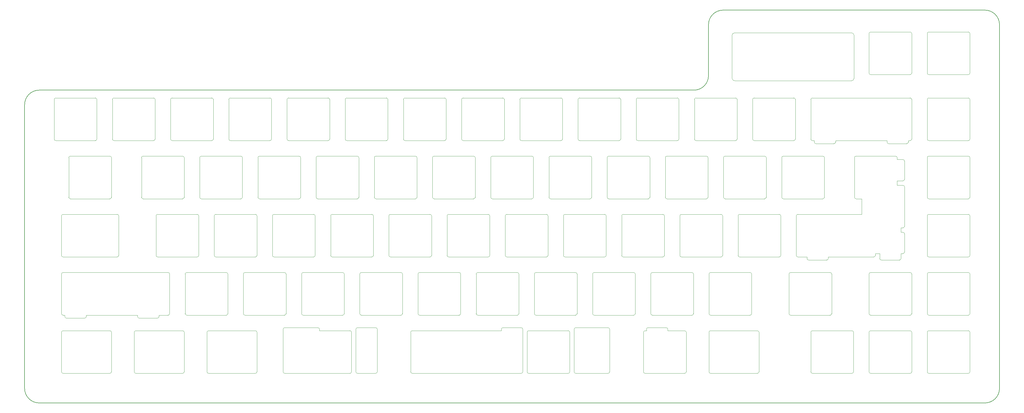
<source format=gm1>
G04 #@! TF.GenerationSoftware,KiCad,Pcbnew,(6.0.0-0)*
G04 #@! TF.CreationDate,2022-10-17T22:45:47+02:00*
G04 #@! TF.ProjectId,lagom_plate,6c61676f-6d5f-4706-9c61-74652e6b6963,rev?*
G04 #@! TF.SameCoordinates,Original*
G04 #@! TF.FileFunction,Profile,NP*
%FSLAX46Y46*%
G04 Gerber Fmt 4.6, Leading zero omitted, Abs format (unit mm)*
G04 Created by KiCad (PCBNEW (6.0.0-0)) date 2022-10-17 22:45:47*
%MOMM*%
%LPD*%
G01*
G04 APERTURE LIST*
G04 #@! TA.AperFunction,Profile*
%ADD10C,0.050000*%
G04 #@! TD*
G04 #@! TA.AperFunction,Profile*
%ADD11C,0.150000*%
G04 #@! TD*
G04 APERTURE END LIST*
D10*
X136750000Y-129087500D02*
G75*
G03*
X136250000Y-129587500I1J-500001D01*
G01*
X210762500Y-148187500D02*
G75*
G03*
X210262500Y-148687500I1J-500001D01*
G01*
D11*
X360512500Y-42975000D02*
X274562500Y-42975000D01*
D10*
X293825000Y-91387500D02*
X293825000Y-104387500D01*
X303375000Y-72287500D02*
X303375000Y-85287500D01*
X65570000Y-143092500D02*
X82450000Y-143092500D01*
X341575000Y-50637500D02*
X341575000Y-63637500D01*
X279500000Y-123487500D02*
G75*
G03*
X280000000Y-123987500I500001J1D01*
G01*
X183675000Y-72287500D02*
G75*
G03*
X183175000Y-71787500I-500001J-1D01*
G01*
X309099500Y-123987500D02*
X324037500Y-123987500D01*
X145475000Y-85287500D02*
X145475000Y-72287500D01*
X335975000Y-64137500D02*
G75*
G03*
X336475000Y-63637500I-1J500001D01*
G01*
X130650000Y-129087500D02*
X117650000Y-129087500D01*
X150250000Y-129587500D02*
G75*
G03*
X149750000Y-129087500I-500001J-1D01*
G01*
X322975000Y-162187500D02*
X335975000Y-162187500D01*
X245750000Y-142587500D02*
X245750000Y-129587500D01*
X322975000Y-64137500D02*
X335975000Y-64137500D01*
X279175000Y-85287500D02*
X279175000Y-72287500D01*
X335975000Y-129087500D02*
X322975000Y-129087500D01*
X169675000Y-85287500D02*
G75*
G03*
X170175000Y-85787500I500001J1D01*
G01*
X111550000Y-129087500D02*
X98550000Y-129087500D01*
X254800000Y-109987500D02*
X241800000Y-109987500D01*
X248962500Y-148187500D02*
G75*
G03*
X248462500Y-148687500I1J-500001D01*
G01*
X341575000Y-142587500D02*
G75*
G03*
X342075000Y-143087500I500001J1D01*
G01*
X97225000Y-162187500D02*
G75*
G03*
X97725000Y-161687500I-1J500001D01*
G01*
X102000000Y-123987500D02*
G75*
G03*
X102500000Y-123487500I-1J500001D01*
G01*
X154575500Y-162187500D02*
X160575500Y-162187500D01*
X121100000Y-123987500D02*
G75*
G03*
X121600000Y-123487500I-1J500001D01*
G01*
X82450500Y-143587500D02*
G75*
G03*
X82950500Y-144087500I500001J1D01*
G01*
X333587500Y-115875500D02*
X332975500Y-115875500D01*
X341575000Y-161687500D02*
G75*
G03*
X342075000Y-162187500I500001J1D01*
G01*
X250850000Y-129587500D02*
X250850000Y-142587500D01*
X92450000Y-129087500D02*
X79450000Y-129087500D01*
X184500000Y-123987500D02*
X197500000Y-123987500D01*
X146300000Y-109987500D02*
G75*
G03*
X145800000Y-110487500I1J-500001D01*
G01*
X131150000Y-142587500D02*
X131150000Y-129587500D01*
X310987000Y-86787500D02*
G75*
G03*
X311487000Y-86287500I-1J500001D01*
G01*
X57962500Y-143087500D02*
X58574500Y-143092500D01*
X334087500Y-100937500D02*
G75*
G03*
X333587500Y-100437500I-500001J-1D01*
G01*
X318200000Y-90887500D02*
G75*
G03*
X317700000Y-91387500I1J-500001D01*
G01*
X81837500Y-148187500D02*
G75*
G03*
X81337500Y-148687500I1J-500001D01*
G01*
X261962500Y-148187500D02*
X256425000Y-148187500D01*
X150575000Y-72287500D02*
X150575000Y-85287500D01*
X74675000Y-71787500D02*
G75*
G03*
X74175000Y-72287500I1J-500001D01*
G01*
X131475000Y-72287500D02*
X131475000Y-85287500D01*
X326425000Y-71787500D02*
X313425000Y-71787500D01*
X279500000Y-110487500D02*
X279500000Y-123487500D01*
D11*
X360512500Y-171900000D02*
G75*
G03*
X365287500Y-167125000I0J4775000D01*
G01*
D10*
X102000000Y-109987500D02*
X89000000Y-109987500D01*
X355075000Y-64137500D02*
G75*
G03*
X355575000Y-63637500I-1J500001D01*
G01*
X307325000Y-104887500D02*
G75*
G03*
X307825000Y-104387500I-1J500001D01*
G01*
X335975000Y-148187500D02*
X322975000Y-148187500D01*
X121100000Y-148187500D02*
X105712500Y-148187500D01*
X270450000Y-143087500D02*
X283450000Y-143087500D01*
X342075000Y-162187500D02*
X355075000Y-162187500D01*
X333587500Y-122875500D02*
G75*
G03*
X334087500Y-122375500I-1J500001D01*
G01*
X235700000Y-123987500D02*
G75*
G03*
X236200000Y-123487500I-1J500001D01*
G01*
X227475000Y-71787500D02*
G75*
G03*
X226975000Y-72287500I1J-500001D01*
G01*
X250025000Y-104887500D02*
G75*
G03*
X250525000Y-104387500I-1J500001D01*
G01*
X355575000Y-104387500D02*
X355575000Y-91387500D01*
X203100000Y-110487500D02*
X203100000Y-123487500D01*
X57462500Y-148687500D02*
X57462500Y-161687500D01*
X112875000Y-85787500D02*
X125875000Y-85787500D01*
X342075000Y-64137500D02*
X355075000Y-64137500D01*
X198325000Y-104387500D02*
G75*
G03*
X198825000Y-104887500I500001J1D01*
G01*
X125875000Y-71787500D02*
X112875000Y-71787500D01*
X355575000Y-85287500D02*
X355575000Y-72287500D01*
X145800000Y-123487500D02*
G75*
G03*
X146300000Y-123987500I500001J1D01*
G01*
X155350000Y-142587500D02*
G75*
G03*
X155850000Y-143087500I500001J1D01*
G01*
X202775000Y-72287500D02*
G75*
G03*
X202275000Y-71787500I-500001J-1D01*
G01*
X298275000Y-85287500D02*
X298275000Y-72287500D01*
X121600000Y-148687500D02*
G75*
G03*
X121100000Y-148187500I-500001J-1D01*
G01*
X178900000Y-123487500D02*
X178900000Y-110487500D01*
X122425000Y-90887500D02*
G75*
G03*
X121925000Y-91387500I1J-500001D01*
G01*
X55075000Y-72287500D02*
X55075000Y-85287500D01*
X226650000Y-129587500D02*
G75*
G03*
X226150000Y-129087500I-500001J-1D01*
G01*
X255925000Y-147187500D02*
X249925000Y-147187500D01*
X80512500Y-129087500D02*
X67512500Y-129087500D01*
X355075000Y-50137500D02*
X342075000Y-50137500D01*
X355075000Y-71787500D02*
X342075000Y-71787500D01*
X217100000Y-123487500D02*
X217100000Y-110487500D01*
X126700000Y-110487500D02*
X126700000Y-123487500D01*
X183175000Y-85787500D02*
G75*
G03*
X183675000Y-85287500I-1J500001D01*
G01*
X179225000Y-91387500D02*
X179225000Y-104387500D01*
X260900000Y-123987500D02*
X273900000Y-123987500D01*
X236200000Y-123487500D02*
X236200000Y-110487500D01*
X336475000Y-72287500D02*
G75*
G03*
X335975000Y-71787500I-500001J-1D01*
G01*
X275225000Y-104887500D02*
X288225000Y-104887500D01*
X58574500Y-143092500D02*
X58574500Y-143587500D01*
X255300000Y-123487500D02*
X255300000Y-110487500D01*
X307825000Y-104387500D02*
X307825000Y-91387500D01*
X274725000Y-104387500D02*
G75*
G03*
X275225000Y-104887500I500001J1D01*
G01*
X159300000Y-123987500D02*
G75*
G03*
X159800000Y-123487500I-1J500001D01*
G01*
X264350000Y-129087500D02*
X251350000Y-129087500D01*
X284775000Y-71787500D02*
G75*
G03*
X284275000Y-72287500I1J-500001D01*
G01*
X76237500Y-123487500D02*
X76237500Y-110487500D01*
X189275000Y-85787500D02*
X202275000Y-85787500D01*
X270450000Y-148187500D02*
G75*
G03*
X269950000Y-148687500I1J-500001D01*
G01*
X202324500Y-147187500D02*
G75*
G03*
X201824500Y-147687500I1J-500001D01*
G01*
X309712500Y-143087500D02*
G75*
G03*
X310212500Y-142587500I-1J500001D01*
G01*
X105212500Y-148687500D02*
X105212500Y-161687500D01*
X160625000Y-104887500D02*
X173625000Y-104887500D01*
X303875000Y-71787500D02*
G75*
G03*
X303375000Y-72287500I1J-500001D01*
G01*
X304487000Y-86287500D02*
G75*
G03*
X304987000Y-86787500I500001J1D01*
G01*
X255300000Y-110487500D02*
G75*
G03*
X254800000Y-109987500I-500001J-1D01*
G01*
X320087500Y-109987500D02*
X299100000Y-109987500D01*
X269950000Y-148687500D02*
X269950000Y-161687500D01*
X193225000Y-91387500D02*
G75*
G03*
X192725000Y-90887500I-500001J-1D01*
G01*
X187950000Y-129087500D02*
X174950000Y-129087500D01*
X221375000Y-71787500D02*
X208375000Y-71787500D01*
X55575000Y-71787500D02*
G75*
G03*
X55075000Y-72287500I1J-500001D01*
G01*
X355575000Y-142587500D02*
X355575000Y-129587500D01*
X262462500Y-161687500D02*
X262462500Y-148687500D01*
X269950000Y-129587500D02*
X269950000Y-142587500D01*
X112050000Y-129587500D02*
G75*
G03*
X111550000Y-129087500I-500001J-1D01*
G01*
X226150000Y-143087500D02*
G75*
G03*
X226650000Y-142587500I-1J500001D01*
G01*
X69075000Y-85287500D02*
X69075000Y-72287500D01*
D11*
X45362500Y-167125000D02*
X45362500Y-74012500D01*
D10*
X231425000Y-91387500D02*
G75*
G03*
X230925000Y-90887500I-500001J-1D01*
G01*
D11*
X365287500Y-167125000D02*
X365287500Y-47750000D01*
D10*
X355575000Y-123487500D02*
X355575000Y-110487500D01*
X221875000Y-72287500D02*
G75*
G03*
X221375000Y-71787500I-500001J-1D01*
G01*
X57962500Y-109987500D02*
G75*
G03*
X57462500Y-110487500I1J-500001D01*
G01*
X265175000Y-72287500D02*
X265175000Y-85287500D01*
X322475000Y-50637500D02*
X322475000Y-63637500D01*
X280000000Y-109987500D02*
G75*
G03*
X279500000Y-110487500I1J-500001D01*
G01*
X194050000Y-143087500D02*
X207050000Y-143087500D01*
X217925000Y-90887500D02*
G75*
G03*
X217425000Y-91387500I1J-500001D01*
G01*
X57962500Y-129087500D02*
G75*
G03*
X57462500Y-129587500I1J-500001D01*
G01*
X341575000Y-91387500D02*
X341575000Y-104387500D01*
X198825000Y-90887500D02*
G75*
G03*
X198325000Y-91387500I1J-500001D01*
G01*
X241300000Y-110487500D02*
X241300000Y-123487500D01*
X127200000Y-109987500D02*
G75*
G03*
X126700000Y-110487500I1J-500001D01*
G01*
X302099500Y-124487500D02*
G75*
G03*
X302599500Y-124987500I500001J1D01*
G01*
X342075000Y-143087500D02*
X355075000Y-143087500D01*
X105212500Y-161687500D02*
G75*
G03*
X105712500Y-162187500I500001J1D01*
G01*
X57462500Y-142587500D02*
G75*
G03*
X57962500Y-143087500I500001J1D01*
G01*
X105712500Y-162187500D02*
X121100000Y-162187500D01*
X82450000Y-143092500D02*
X82450000Y-143587500D01*
X193550000Y-129587500D02*
X193550000Y-142587500D01*
X87675000Y-71787500D02*
X74675000Y-71787500D01*
X172062500Y-161687500D02*
G75*
G03*
X172562500Y-162187500I500001J1D01*
G01*
X302099500Y-123987500D02*
X302099500Y-124487500D01*
X140700000Y-123487500D02*
X140700000Y-110487500D01*
X248962500Y-162187500D02*
X261962500Y-162187500D01*
X322975000Y-129087500D02*
G75*
G03*
X322475000Y-129587500I1J-500001D01*
G01*
X184000000Y-123487500D02*
G75*
G03*
X184500000Y-123987500I500001J1D01*
G01*
X107600000Y-110487500D02*
X107600000Y-123487500D01*
X201824500Y-147687500D02*
X201824500Y-148182500D01*
X324037500Y-123987500D02*
G75*
G03*
X324537500Y-123487500I-1J500001D01*
G01*
X303875000Y-162187500D02*
X316875000Y-162187500D01*
X105212500Y-161687500D02*
G75*
G03*
X105712500Y-162187500I500001J1D01*
G01*
X284275000Y-72287500D02*
X284275000Y-85287500D01*
X140200000Y-123987500D02*
G75*
G03*
X140700000Y-123487500I-1J500001D01*
G01*
X256125000Y-104887500D02*
X269125000Y-104887500D01*
X183675000Y-85287500D02*
X183675000Y-72287500D01*
X121100000Y-162187500D02*
G75*
G03*
X121600000Y-161687500I-1J500001D01*
G01*
X332975500Y-124487500D02*
X332975500Y-122875500D01*
X57462500Y-129587500D02*
X57462500Y-142587500D01*
X331700000Y-98999500D02*
X333587500Y-98999500D01*
X285837500Y-162187500D02*
G75*
G03*
X286337500Y-161687500I-1J500001D01*
G01*
X84225000Y-90887500D02*
G75*
G03*
X83725000Y-91387500I1J-500001D01*
G01*
X57462500Y-161687500D02*
G75*
G03*
X57962500Y-162187500I500001J1D01*
G01*
X141025000Y-104387500D02*
G75*
G03*
X141525000Y-104887500I500001J1D01*
G01*
X168850000Y-129087500D02*
X155850000Y-129087500D01*
X121925000Y-91387500D02*
X121925000Y-104387500D01*
X131475000Y-85287500D02*
G75*
G03*
X131975000Y-85787500I500001J1D01*
G01*
X308599500Y-124987500D02*
G75*
G03*
X309099500Y-124487500I-1J500001D01*
G01*
X160625000Y-90887500D02*
G75*
G03*
X160125000Y-91387500I1J-500001D01*
G01*
X236837500Y-162187500D02*
G75*
G03*
X237337500Y-161687500I-1J500001D01*
G01*
X60350000Y-104887500D02*
X73350000Y-104887500D01*
X286337500Y-161687500D02*
X286337500Y-148687500D01*
X169350000Y-129587500D02*
G75*
G03*
X168850000Y-129087500I-500001J-1D01*
G01*
X208324500Y-147187500D02*
X202324500Y-147187500D01*
X342075000Y-129087500D02*
G75*
G03*
X341575000Y-129587500I1J-500001D01*
G01*
X260900000Y-109987500D02*
G75*
G03*
X260400000Y-110487500I1J-500001D01*
G01*
X179725000Y-104887500D02*
X192725000Y-104887500D01*
X135925000Y-104387500D02*
X135925000Y-91387500D01*
X57462500Y-148687500D02*
X57462500Y-161687500D01*
X260075000Y-72287500D02*
G75*
G03*
X259575000Y-71787500I-500001J-1D01*
G01*
X245250000Y-143087500D02*
G75*
G03*
X245750000Y-142587500I-1J500001D01*
G01*
X135425000Y-104887500D02*
G75*
G03*
X135925000Y-104387500I-1J500001D01*
G01*
X355575000Y-129587500D02*
G75*
G03*
X355075000Y-129087500I-500001J-1D01*
G01*
X303375000Y-161687500D02*
G75*
G03*
X303875000Y-162187500I500001J1D01*
G01*
X87675000Y-85787500D02*
G75*
G03*
X88175000Y-85287500I-1J500001D01*
G01*
X145800000Y-110487500D02*
X145800000Y-123487500D01*
X284775000Y-85787500D02*
X297775000Y-85787500D01*
D11*
X50137500Y-69237500D02*
G75*
G03*
X45362500Y-74012500I0J-4775000D01*
G01*
D10*
X355075000Y-123987500D02*
G75*
G03*
X355575000Y-123487500I-1J500001D01*
G01*
X254800000Y-123987500D02*
G75*
G03*
X255300000Y-123487500I-1J500001D01*
G01*
X203600000Y-123987500D02*
X216600000Y-123987500D01*
X335363000Y-85787500D02*
X335975000Y-85787500D01*
X155025000Y-91387500D02*
G75*
G03*
X154525000Y-90887500I-500001J-1D01*
G01*
X73850000Y-161687500D02*
X73850000Y-148687500D01*
X154525000Y-104887500D02*
G75*
G03*
X155025000Y-104387500I-1J500001D01*
G01*
X197500000Y-109987500D02*
X184500000Y-109987500D01*
X116325000Y-90887500D02*
X103325000Y-90887500D01*
X65074500Y-144087500D02*
G75*
G03*
X65574500Y-143587500I-1J500001D01*
G01*
X117150000Y-142587500D02*
G75*
G03*
X117650000Y-143087500I500001J1D01*
G01*
X107275000Y-72287500D02*
G75*
G03*
X106775000Y-71787500I-500001J-1D01*
G01*
X260400000Y-110487500D02*
X260400000Y-123487500D01*
X270450000Y-162187500D02*
X285837500Y-162187500D01*
X211825000Y-90887500D02*
X198825000Y-90887500D01*
X198000000Y-110487500D02*
G75*
G03*
X197500000Y-109987500I-500001J-1D01*
G01*
X131150000Y-129587500D02*
G75*
G03*
X130650000Y-129087500I-500001J-1D01*
G01*
X164575000Y-72287500D02*
G75*
G03*
X164075000Y-71787500I-500001J-1D01*
G01*
X73850000Y-104387500D02*
X73850000Y-91387500D01*
X212325000Y-104387500D02*
X212325000Y-91387500D01*
X232250000Y-129087500D02*
G75*
G03*
X231750000Y-129587500I1J-500001D01*
G01*
X207550000Y-129587500D02*
G75*
G03*
X207050000Y-129087500I-500001J-1D01*
G01*
X106775000Y-85787500D02*
G75*
G03*
X107275000Y-85287500I-1J500001D01*
G01*
X103325000Y-90887500D02*
G75*
G03*
X102825000Y-91387500I1J-500001D01*
G01*
X336475000Y-161687500D02*
X336475000Y-148687500D01*
X97725000Y-91387500D02*
G75*
G03*
X97225000Y-90887500I-500001J-1D01*
G01*
X105712500Y-148187500D02*
G75*
G03*
X105212500Y-148687500I1J-500001D01*
G01*
X316875000Y-162187500D02*
G75*
G03*
X317375000Y-161687500I-1J500001D01*
G01*
X98550000Y-129087500D02*
G75*
G03*
X98050000Y-129587500I1J-500001D01*
G01*
X334087500Y-113937500D02*
X334087500Y-100937500D01*
X248462500Y-161687500D02*
G75*
G03*
X248962500Y-162187500I500001J1D01*
G01*
X237025000Y-104887500D02*
X250025000Y-104887500D01*
X131975000Y-71787500D02*
G75*
G03*
X131475000Y-72287500I1J-500001D01*
G01*
X73350000Y-104887500D02*
G75*
G03*
X73850000Y-104387500I-1J500001D01*
G01*
X332475500Y-124987500D02*
G75*
G03*
X332975500Y-124487500I-1J500001D01*
G01*
X179725000Y-90887500D02*
G75*
G03*
X179225000Y-91387500I1J-500001D01*
G01*
X273900000Y-123987500D02*
G75*
G03*
X274400000Y-123487500I-1J500001D01*
G01*
X81837500Y-162187500D02*
X97225000Y-162187500D01*
X256125000Y-90887500D02*
G75*
G03*
X255625000Y-91387500I1J-500001D01*
G01*
X269125000Y-90887500D02*
X256125000Y-90887500D01*
X250525000Y-104387500D02*
X250525000Y-91387500D01*
X149750000Y-143087500D02*
G75*
G03*
X150250000Y-142587500I-1J500001D01*
G01*
X355575000Y-72287500D02*
G75*
G03*
X355075000Y-71787500I-500001J-1D01*
G01*
X322975000Y-143087500D02*
X335975000Y-143087500D01*
X355075000Y-129087500D02*
X342075000Y-129087500D01*
X286337500Y-148687500D02*
G75*
G03*
X285837500Y-148187500I-500001J-1D01*
G01*
X298600000Y-110487500D02*
X298600000Y-123487500D01*
X342075000Y-90887500D02*
G75*
G03*
X341575000Y-91387500I1J-500001D01*
G01*
X277500000Y-51412500D02*
X277500000Y-65162500D01*
X222200000Y-123487500D02*
G75*
G03*
X222700000Y-123987500I500001J1D01*
G01*
X178900000Y-110487500D02*
G75*
G03*
X178400000Y-109987500I-500001J-1D01*
G01*
X105212500Y-148687500D02*
X105212500Y-161687500D01*
X188775000Y-72287500D02*
X188775000Y-85287500D01*
X251350000Y-129087500D02*
G75*
G03*
X250850000Y-129587500I1J-500001D01*
G01*
D11*
X365287500Y-47750000D02*
G75*
G03*
X360512500Y-42975000I-4775000J0D01*
G01*
D10*
X188450000Y-142587500D02*
X188450000Y-129587500D01*
X65574500Y-143587500D02*
X65570000Y-143092500D01*
X336475000Y-142587500D02*
X336475000Y-129587500D01*
X293500000Y-110487500D02*
G75*
G03*
X293000000Y-109987500I-500001J-1D01*
G01*
X208824500Y-161687500D02*
X208824500Y-147687500D01*
X144975000Y-85787500D02*
G75*
G03*
X145475000Y-85287500I-1J500001D01*
G01*
X194050000Y-129087500D02*
G75*
G03*
X193550000Y-129587500I1J-500001D01*
G01*
X207550000Y-142587500D02*
X207550000Y-129587500D01*
X260400000Y-123487500D02*
G75*
G03*
X260900000Y-123987500I500001J1D01*
G01*
X259575000Y-71787500D02*
X246575000Y-71787500D01*
X111550000Y-143087500D02*
G75*
G03*
X112050000Y-142587500I-1J500001D01*
G01*
X217425000Y-104387500D02*
G75*
G03*
X217925000Y-104887500I500001J1D01*
G01*
X222700000Y-109987500D02*
G75*
G03*
X222200000Y-110487500I1J-500001D01*
G01*
X275225000Y-90887500D02*
G75*
G03*
X274725000Y-91387500I1J-500001D01*
G01*
X98550000Y-143087500D02*
X111550000Y-143087500D01*
X160575500Y-147187500D02*
X154575500Y-147187500D01*
X248462500Y-161687500D02*
G75*
G03*
X248962500Y-162187500I500001J1D01*
G01*
X333587500Y-100437500D02*
X331700000Y-100437500D01*
X160575500Y-162187500D02*
G75*
G03*
X161075500Y-161687500I-1J500001D01*
G01*
X168850000Y-143087500D02*
G75*
G03*
X169350000Y-142587500I-1J500001D01*
G01*
X227475000Y-85787500D02*
X240475000Y-85787500D01*
X264850000Y-142587500D02*
X264850000Y-129587500D01*
X150250000Y-142587500D02*
X150250000Y-129587500D01*
X81337500Y-161687500D02*
G75*
G03*
X81837500Y-162187500I500001J1D01*
G01*
X342075000Y-123987500D02*
X355075000Y-123987500D01*
X57962500Y-162187500D02*
X73350000Y-162187500D01*
X221875000Y-85287500D02*
X221875000Y-72287500D01*
X155350000Y-129587500D02*
X155350000Y-142587500D01*
X149750000Y-129087500D02*
X136750000Y-129087500D01*
X236525000Y-91387500D02*
X236525000Y-104387500D01*
X316750000Y-50412500D02*
X278500000Y-50412500D01*
X355075000Y-162187500D02*
G75*
G03*
X355575000Y-161687500I-1J500001D01*
G01*
D11*
X274562500Y-42975000D02*
G75*
G03*
X269787500Y-47750000I0J-4775000D01*
G01*
D10*
X222200000Y-110487500D02*
X222200000Y-123487500D01*
X81337500Y-148687500D02*
X81337500Y-161687500D01*
X250850000Y-142587500D02*
G75*
G03*
X251350000Y-143087500I500001J1D01*
G01*
X126700000Y-123487500D02*
G75*
G03*
X127200000Y-123987500I500001J1D01*
G01*
X342075000Y-109987500D02*
G75*
G03*
X341575000Y-110487500I1J-500001D01*
G01*
X184000000Y-110487500D02*
X184000000Y-123487500D01*
X269125000Y-104887500D02*
G75*
G03*
X269625000Y-104387500I-1J500001D01*
G01*
X264350000Y-143087500D02*
G75*
G03*
X264850000Y-142587500I-1J500001D01*
G01*
X334863000Y-86787500D02*
G75*
G03*
X335363000Y-86287500I-1J500001D01*
G01*
X141025000Y-91387500D02*
X141025000Y-104387500D01*
X336475000Y-50637500D02*
G75*
G03*
X335975000Y-50137500I-500001J-1D01*
G01*
X304987000Y-86787500D02*
X310987000Y-86787500D01*
X341575000Y-63637500D02*
G75*
G03*
X342075000Y-64137500I500001J1D01*
G01*
X145475000Y-72287500D02*
G75*
G03*
X144975000Y-71787500I-500001J-1D01*
G01*
X317375000Y-161687500D02*
X317375000Y-148687500D01*
X135925000Y-91387500D02*
G75*
G03*
X135425000Y-90887500I-500001J-1D01*
G01*
X154525000Y-90887500D02*
X141525000Y-90887500D01*
X341575000Y-72287500D02*
X341575000Y-85287500D01*
X325975500Y-122875500D02*
X324537500Y-122875500D01*
X127200000Y-123987500D02*
X140200000Y-123987500D01*
X142125000Y-147687500D02*
G75*
G03*
X141625000Y-147187500I-500001J-1D01*
G01*
X112375000Y-85287500D02*
G75*
G03*
X112875000Y-85787500I500001J1D01*
G01*
X106775000Y-71787500D02*
X93775000Y-71787500D01*
X278675000Y-71787500D02*
X265675000Y-71787500D01*
X248962500Y-148187500D02*
G75*
G03*
X248462500Y-148687500I1J-500001D01*
G01*
X303875000Y-148187500D02*
G75*
G03*
X303375000Y-148687500I1J-500001D01*
G01*
X246075000Y-72287500D02*
X246075000Y-85287500D01*
X160125000Y-91387500D02*
X160125000Y-104387500D01*
X336475000Y-63637500D02*
X336475000Y-50637500D01*
X174950000Y-143087500D02*
X187950000Y-143087500D01*
X164900000Y-123487500D02*
G75*
G03*
X165400000Y-123987500I500001J1D01*
G01*
X81337500Y-148687500D02*
X81337500Y-161687500D01*
X309712500Y-129087500D02*
X296712500Y-129087500D01*
X117150000Y-129587500D02*
X117150000Y-142587500D01*
X74675000Y-85787500D02*
X87675000Y-85787500D01*
X174125000Y-104387500D02*
X174125000Y-91387500D01*
X55075000Y-85287500D02*
G75*
G03*
X55575000Y-85787500I500001J1D01*
G01*
X172062500Y-148687500D02*
X172062500Y-161687500D01*
X212325000Y-91387500D02*
G75*
G03*
X211825000Y-90887500I-500001J-1D01*
G01*
X73350000Y-162187500D02*
G75*
G03*
X73850000Y-161687500I-1J500001D01*
G01*
X255625000Y-104387500D02*
G75*
G03*
X256125000Y-104887500I500001J1D01*
G01*
X298600000Y-123487500D02*
G75*
G03*
X299100000Y-123987500I500001J1D01*
G01*
X355075000Y-90887500D02*
X342075000Y-90887500D01*
X136750000Y-143087500D02*
X149750000Y-143087500D01*
X246575000Y-85787500D02*
X259575000Y-85787500D01*
X142125000Y-148182500D02*
X142125000Y-147687500D01*
X207875000Y-85287500D02*
G75*
G03*
X208375000Y-85787500I500001J1D01*
G01*
X317700000Y-91387500D02*
X317700000Y-104387500D01*
X152637500Y-148687500D02*
G75*
G03*
X152137500Y-148187500I-500001J-1D01*
G01*
X198825000Y-104887500D02*
X211825000Y-104887500D01*
X245750000Y-129587500D02*
G75*
G03*
X245250000Y-129087500I-500001J-1D01*
G01*
X262462500Y-161687500D02*
X262462500Y-148687500D01*
X173625000Y-104887500D02*
G75*
G03*
X174125000Y-104387500I-1J500001D01*
G01*
X151075000Y-85787500D02*
X164075000Y-85787500D01*
X192725000Y-104887500D02*
G75*
G03*
X193225000Y-104387500I-1J500001D01*
G01*
X328363000Y-86287500D02*
G75*
G03*
X328863000Y-86787500I500001J1D01*
G01*
X141525000Y-104887500D02*
X154525000Y-104887500D01*
X130699500Y-147187500D02*
G75*
G03*
X130199500Y-147687500I1J-500001D01*
G01*
D11*
X265012500Y-69237500D02*
G75*
G03*
X269787500Y-64462500I0J4775000D01*
G01*
D10*
X68575000Y-85787500D02*
G75*
G03*
X69075000Y-85287500I-1J500001D01*
G01*
X260075000Y-85287500D02*
X260075000Y-72287500D01*
X341575000Y-104387500D02*
G75*
G03*
X342075000Y-104887500I500001J1D01*
G01*
X322475000Y-142587500D02*
G75*
G03*
X322975000Y-143087500I500001J1D01*
G01*
D11*
X269787500Y-64462500D02*
X269787500Y-47750000D01*
D10*
X355575000Y-161687500D02*
X355575000Y-148687500D01*
X81837500Y-148187500D02*
G75*
G03*
X81337500Y-148687500I1J-500001D01*
G01*
X89000000Y-109987500D02*
G75*
G03*
X88500000Y-110487500I1J-500001D01*
G01*
X74175000Y-72287500D02*
X74175000Y-85287500D01*
X152137500Y-162187500D02*
G75*
G03*
X152637500Y-161687500I-1J500001D01*
G01*
X76237500Y-110487500D02*
G75*
G03*
X75737500Y-109987500I-500001J-1D01*
G01*
X210262500Y-161687500D02*
G75*
G03*
X210762500Y-162187500I500001J1D01*
G01*
X322475000Y-148687500D02*
X322475000Y-161687500D01*
X250525000Y-91387500D02*
G75*
G03*
X250025000Y-90887500I-500001J-1D01*
G01*
X231750000Y-129587500D02*
X231750000Y-142587500D01*
X207050000Y-143087500D02*
G75*
G03*
X207550000Y-142587500I-1J500001D01*
G01*
X334863000Y-71787500D02*
X328863000Y-71787500D01*
X355575000Y-50637500D02*
G75*
G03*
X355075000Y-50137500I-500001J-1D01*
G01*
X75737500Y-109987500D02*
X57962500Y-109987500D01*
X302599500Y-124987500D02*
X308599500Y-124987500D01*
X210762500Y-162187500D02*
X223762500Y-162187500D01*
X259575000Y-85787500D02*
G75*
G03*
X260075000Y-85287500I-1J500001D01*
G01*
X355575000Y-148687500D02*
G75*
G03*
X355075000Y-148187500I-500001J-1D01*
G01*
X122425000Y-104887500D02*
X135425000Y-104887500D01*
X274400000Y-110487500D02*
G75*
G03*
X273900000Y-109987500I-500001J-1D01*
G01*
X335975000Y-71787500D02*
X322975000Y-71787500D01*
X332975500Y-114437500D02*
X333587500Y-114437500D01*
X265675000Y-85787500D02*
X278675000Y-85787500D01*
X296712500Y-129087500D02*
G75*
G03*
X296212500Y-129587500I1J-500001D01*
G01*
X310212500Y-142587500D02*
X310212500Y-129587500D01*
X328363000Y-85787500D02*
X328363000Y-86287500D01*
X178400000Y-109987500D02*
X165400000Y-109987500D01*
X88950500Y-144087500D02*
G75*
G03*
X89450500Y-143587500I-1J500001D01*
G01*
X296712500Y-143087500D02*
X309712500Y-143087500D01*
X97225000Y-104887500D02*
G75*
G03*
X97725000Y-104387500I-1J500001D01*
G01*
X83725000Y-104387500D02*
G75*
G03*
X84225000Y-104887500I500001J1D01*
G01*
X280000000Y-123987500D02*
X293000000Y-123987500D01*
X170175000Y-71787500D02*
G75*
G03*
X169675000Y-72287500I1J-500001D01*
G01*
X303375000Y-85287500D02*
G75*
G03*
X303875000Y-85787500I500001J1D01*
G01*
X193225000Y-104387500D02*
X193225000Y-91387500D01*
X160125000Y-104387500D02*
G75*
G03*
X160625000Y-104887500I500001J1D01*
G01*
X318200000Y-104887500D02*
X320087500Y-104887500D01*
X130650000Y-143087500D02*
G75*
G03*
X131150000Y-142587500I-1J500001D01*
G01*
X208375000Y-71787500D02*
G75*
G03*
X207875000Y-72287500I1J-500001D01*
G01*
X297775000Y-71787500D02*
X284775000Y-71787500D01*
X240975000Y-85287500D02*
X240975000Y-72287500D01*
X355575000Y-91387500D02*
G75*
G03*
X355075000Y-90887500I-500001J-1D01*
G01*
X192725000Y-90887500D02*
X179725000Y-90887500D01*
X328863000Y-86787500D02*
X334863000Y-86787500D01*
X164575000Y-85287500D02*
X164575000Y-72287500D01*
X316875000Y-71787500D02*
X303875000Y-71787500D01*
X297775000Y-85787500D02*
G75*
G03*
X298275000Y-85287500I-1J500001D01*
G01*
X241800000Y-123987500D02*
X254800000Y-123987500D01*
X165400000Y-109987500D02*
G75*
G03*
X164900000Y-110487500I1J-500001D01*
G01*
X203100000Y-123487500D02*
G75*
G03*
X203600000Y-123987500I500001J1D01*
G01*
X226150000Y-129087500D02*
X213150000Y-129087500D01*
X274400000Y-123487500D02*
X274400000Y-110487500D01*
X139137500Y-162187500D02*
X152137500Y-162187500D01*
X89450500Y-143587500D02*
X89450000Y-143092500D01*
X198325000Y-91387500D02*
X198325000Y-104387500D01*
X250025000Y-90887500D02*
X237025000Y-90887500D01*
X335975000Y-50137500D02*
X322975000Y-50137500D01*
X121600000Y-110487500D02*
G75*
G03*
X121100000Y-109987500I-500001J-1D01*
G01*
X217100000Y-110487500D02*
G75*
G03*
X216600000Y-109987500I-500001J-1D01*
G01*
X97725000Y-148687500D02*
G75*
G03*
X97225000Y-148187500I-500001J-1D01*
G01*
X208324500Y-162187500D02*
G75*
G03*
X208824500Y-161687500I-1J500001D01*
G01*
X117650000Y-129087500D02*
G75*
G03*
X117150000Y-129587500I1J-500001D01*
G01*
X341575000Y-123487500D02*
G75*
G03*
X342075000Y-123987500I500001J1D01*
G01*
X335975000Y-162187500D02*
G75*
G03*
X336475000Y-161687500I-1J500001D01*
G01*
X325975500Y-122875500D02*
X325975500Y-124487500D01*
X249425000Y-148187500D02*
X248962500Y-148187500D01*
X97725000Y-161687500D02*
X97725000Y-148687500D01*
X179225000Y-104387500D02*
G75*
G03*
X179725000Y-104887500I500001J1D01*
G01*
X248462500Y-148687500D02*
X248462500Y-161687500D01*
X322475000Y-161687500D02*
G75*
G03*
X322975000Y-162187500I500001J1D01*
G01*
X331700000Y-91999500D02*
X331700000Y-91387500D01*
X236200000Y-110487500D02*
G75*
G03*
X235700000Y-109987500I-500001J-1D01*
G01*
X154075500Y-147687500D02*
X154075500Y-161687500D01*
X322975000Y-50137500D02*
G75*
G03*
X322475000Y-50637500I1J-500001D01*
G01*
X341575000Y-129587500D02*
X341575000Y-142587500D01*
X269625000Y-91387500D02*
G75*
G03*
X269125000Y-90887500I-500001J-1D01*
G01*
X331700000Y-91387500D02*
G75*
G03*
X331200000Y-90887500I-500001J-1D01*
G01*
X213150000Y-143087500D02*
X226150000Y-143087500D01*
X223762500Y-162187500D02*
G75*
G03*
X224262500Y-161687500I-1J500001D01*
G01*
X55575000Y-85787500D02*
X68575000Y-85787500D01*
X308599500Y-109987500D02*
X302599500Y-109987500D01*
X334087500Y-122375500D02*
X334087500Y-116375500D01*
X270450000Y-129087500D02*
G75*
G03*
X269950000Y-129587500I1J-500001D01*
G01*
X121925000Y-104387500D02*
G75*
G03*
X122425000Y-104887500I500001J1D01*
G01*
X208375000Y-85787500D02*
X221375000Y-85787500D01*
X288225000Y-90887500D02*
X275225000Y-90887500D01*
X303875000Y-85787500D02*
X304487000Y-85787500D01*
X103325000Y-104887500D02*
X116325000Y-104887500D01*
X231425000Y-104387500D02*
X231425000Y-91387500D01*
X355075000Y-104887500D02*
G75*
G03*
X355575000Y-104387500I-1J500001D01*
G01*
X261962500Y-162187500D02*
G75*
G03*
X262462500Y-161687500I-1J500001D01*
G01*
X332975500Y-122875500D02*
X333587500Y-122875500D01*
X320087500Y-104887500D02*
X320087500Y-109987500D01*
X278675000Y-85787500D02*
G75*
G03*
X279175000Y-85287500I-1J500001D01*
G01*
X102825000Y-91387500D02*
X102825000Y-104387500D01*
X189275000Y-162187500D02*
X202275000Y-162187500D01*
X225700500Y-147687500D02*
X225700500Y-161687500D01*
X224262500Y-161687500D02*
X224262500Y-148687500D01*
X310212500Y-129587500D02*
G75*
G03*
X309712500Y-129087500I-500001J-1D01*
G01*
X226200500Y-147187500D02*
G75*
G03*
X225700500Y-147687500I1J-500001D01*
G01*
X336475000Y-85287500D02*
X336475000Y-72287500D01*
X172562500Y-148187500D02*
G75*
G03*
X172062500Y-148687500I1J-500001D01*
G01*
X256425000Y-148187500D02*
X256425000Y-147687500D01*
X283950000Y-129587500D02*
G75*
G03*
X283450000Y-129087500I-500001J-1D01*
G01*
X126375000Y-72287500D02*
G75*
G03*
X125875000Y-71787500I-500001J-1D01*
G01*
X208824500Y-147687500D02*
G75*
G03*
X208324500Y-147187500I-500001J-1D01*
G01*
X187950000Y-143087500D02*
G75*
G03*
X188450000Y-142587500I-1J500001D01*
G01*
X226975000Y-72287500D02*
X226975000Y-85287500D01*
X98050000Y-142587500D02*
G75*
G03*
X98550000Y-143087500I500001J1D01*
G01*
X221375000Y-85787500D02*
G75*
G03*
X221875000Y-85287500I-1J500001D01*
G01*
X152137500Y-148187500D02*
X142125000Y-148182500D01*
X81337500Y-161687500D02*
G75*
G03*
X81837500Y-162187500I500001J1D01*
G01*
X88500000Y-110487500D02*
X88500000Y-123487500D01*
X336475000Y-129587500D02*
G75*
G03*
X335975000Y-129087500I-500001J-1D01*
G01*
X334087500Y-92499500D02*
G75*
G03*
X333587500Y-91999500I-500001J-1D01*
G01*
X311487000Y-85787500D02*
X328363000Y-85787500D01*
X135425000Y-90887500D02*
X122425000Y-90887500D01*
X57962500Y-148187500D02*
G75*
G03*
X57462500Y-148687500I1J-500001D01*
G01*
X303375000Y-148687500D02*
X303375000Y-161687500D01*
X283450000Y-129087500D02*
X270450000Y-129087500D01*
X326475500Y-124987500D02*
X332475500Y-124987500D01*
X172562500Y-162187500D02*
X189275000Y-162187500D01*
X188450000Y-129587500D02*
G75*
G03*
X187950000Y-129087500I-500001J-1D01*
G01*
X222700000Y-123987500D02*
X235700000Y-123987500D01*
X279175000Y-72287500D02*
G75*
G03*
X278675000Y-71787500I-500001J-1D01*
G01*
X164900000Y-110487500D02*
X164900000Y-123487500D01*
X355075000Y-143087500D02*
G75*
G03*
X355575000Y-142587500I-1J500001D01*
G01*
X269950000Y-161687500D02*
G75*
G03*
X270450000Y-162187500I500001J1D01*
G01*
X130199500Y-147687500D02*
X130199500Y-161687500D01*
X152637500Y-161687500D02*
X152637500Y-148687500D01*
X265175000Y-85287500D02*
G75*
G03*
X265675000Y-85787500I500001J1D01*
G01*
X251350000Y-143087500D02*
X264350000Y-143087500D01*
X237025000Y-90887500D02*
G75*
G03*
X236525000Y-91387500I1J-500001D01*
G01*
X231750000Y-142587500D02*
G75*
G03*
X232250000Y-143087500I500001J1D01*
G01*
X59850000Y-104387500D02*
G75*
G03*
X60350000Y-104887500I500001J1D01*
G01*
X92450000Y-143087500D02*
G75*
G03*
X92950000Y-142587500I-1J500001D01*
G01*
X285837500Y-162187500D02*
G75*
G03*
X286337500Y-161687500I-1J500001D01*
G01*
X57462500Y-123487500D02*
G75*
G03*
X57962500Y-123987500I500001J1D01*
G01*
X240475000Y-71787500D02*
X227475000Y-71787500D01*
X116825000Y-91387500D02*
G75*
G03*
X116325000Y-90887500I-500001J-1D01*
G01*
X264850000Y-129587500D02*
G75*
G03*
X264350000Y-129087500I-500001J-1D01*
G01*
X261962500Y-162187500D02*
G75*
G03*
X262462500Y-161687500I-1J500001D01*
G01*
X324537500Y-123487500D02*
X324537500Y-122875500D01*
X334087500Y-116375500D02*
G75*
G03*
X333587500Y-115875500I-500001J-1D01*
G01*
D11*
X360512500Y-171900000D02*
X50137500Y-171900000D01*
D10*
X92950000Y-142587500D02*
X92950000Y-129587500D01*
X335363000Y-86287500D02*
X335363000Y-85787500D01*
X174450000Y-129587500D02*
X174450000Y-142587500D01*
X341575000Y-110487500D02*
X341575000Y-123487500D01*
X333587500Y-98999500D02*
G75*
G03*
X334087500Y-98499500I-1J500001D01*
G01*
X57962500Y-148187500D02*
G75*
G03*
X57462500Y-148687500I1J-500001D01*
G01*
X283950000Y-142587500D02*
X283950000Y-129587500D01*
X57962500Y-123987500D02*
X75737500Y-123987500D01*
X223762500Y-148187500D02*
X210762500Y-148187500D01*
X125875000Y-85787500D02*
G75*
G03*
X126375000Y-85287500I-1J500001D01*
G01*
X235700000Y-109987500D02*
X222700000Y-109987500D01*
D11*
X45362500Y-167125000D02*
G75*
G03*
X50137500Y-171900000I4775000J0D01*
G01*
D10*
X164075000Y-71787500D02*
X151075000Y-71787500D01*
X82950500Y-144087500D02*
X88950500Y-144087500D01*
X212650000Y-142587500D02*
G75*
G03*
X213150000Y-143087500I500001J1D01*
G01*
X207875000Y-72287500D02*
X207875000Y-85287500D01*
X75737500Y-123987500D02*
G75*
G03*
X76237500Y-123487500I-1J500001D01*
G01*
X299100000Y-109987500D02*
G75*
G03*
X298600000Y-110487500I1J-500001D01*
G01*
X273900000Y-109987500D02*
X260900000Y-109987500D01*
X174125000Y-91387500D02*
G75*
G03*
X173625000Y-90887500I-500001J-1D01*
G01*
X237337500Y-161687500D02*
X237337500Y-147687500D01*
X93775000Y-71787500D02*
G75*
G03*
X93275000Y-72287500I1J-500001D01*
G01*
X116325000Y-104887500D02*
G75*
G03*
X116825000Y-104387500I-1J500001D01*
G01*
X342075000Y-148187500D02*
G75*
G03*
X341575000Y-148687500I1J-500001D01*
G01*
X333587500Y-114437500D02*
G75*
G03*
X334087500Y-113937500I-1J500001D01*
G01*
X59850000Y-91387500D02*
X59850000Y-104387500D01*
X316750000Y-66162500D02*
G75*
G03*
X317500000Y-65412500I0J750000D01*
G01*
X307325000Y-90887500D02*
X294325000Y-90887500D01*
X237337500Y-147687500D02*
G75*
G03*
X236837500Y-147187500I-500001J-1D01*
G01*
X331700000Y-98999500D02*
X331700000Y-100437500D01*
X201824500Y-148182500D02*
X172562500Y-148187500D01*
X112375000Y-72287500D02*
X112375000Y-85287500D01*
X211825000Y-104887500D02*
G75*
G03*
X212325000Y-104387500I-1J500001D01*
G01*
X68575000Y-71787500D02*
X55575000Y-71787500D01*
X216600000Y-123987500D02*
G75*
G03*
X217100000Y-123487500I-1J500001D01*
G01*
X304487000Y-85787500D02*
X304487000Y-86287500D01*
X169350000Y-142587500D02*
X169350000Y-129587500D01*
X57462500Y-161687500D02*
G75*
G03*
X57962500Y-162187500I500001J1D01*
G01*
X355075000Y-85787500D02*
G75*
G03*
X355575000Y-85287500I-1J500001D01*
G01*
X165400000Y-123987500D02*
X178400000Y-123987500D01*
X130699500Y-162187500D02*
X141625000Y-162187500D01*
X183175000Y-71787500D02*
X170175000Y-71787500D01*
X197500000Y-123987500D02*
G75*
G03*
X198000000Y-123487500I-1J500001D01*
G01*
X69075000Y-72287500D02*
G75*
G03*
X68575000Y-71787500I-500001J-1D01*
G01*
X117650000Y-143087500D02*
X130650000Y-143087500D01*
X58574500Y-143587500D02*
G75*
G03*
X59074500Y-144087500I500001J1D01*
G01*
X341575000Y-85287500D02*
G75*
G03*
X342075000Y-85787500I500001J1D01*
G01*
X89000000Y-123987500D02*
X102000000Y-123987500D01*
X93275000Y-72287500D02*
X93275000Y-85287500D01*
X88500000Y-123487500D02*
G75*
G03*
X89000000Y-123987500I500001J1D01*
G01*
X83725000Y-91387500D02*
X83725000Y-104387500D01*
X317700000Y-104387500D02*
G75*
G03*
X318200000Y-104887500I500001J1D01*
G01*
X102500000Y-110487500D02*
G75*
G03*
X102000000Y-109987500I-500001J-1D01*
G01*
X73350000Y-90887500D02*
X60350000Y-90887500D01*
X241800000Y-109987500D02*
G75*
G03*
X241300000Y-110487500I1J-500001D01*
G01*
X342075000Y-85787500D02*
X355075000Y-85787500D01*
X286337500Y-148687500D02*
G75*
G03*
X285837500Y-148187500I-500001J-1D01*
G01*
X97225000Y-148187500D02*
X81837500Y-148187500D01*
X116825000Y-104387500D02*
X116825000Y-91387500D01*
X155025000Y-104387500D02*
X155025000Y-91387500D01*
X325975500Y-124487500D02*
G75*
G03*
X326475500Y-124987500I500001J1D01*
G01*
X246575000Y-71787500D02*
G75*
G03*
X246075000Y-72287500I1J-500001D01*
G01*
X333587500Y-91999500D02*
X331700000Y-91999500D01*
X140700000Y-110487500D02*
G75*
G03*
X140200000Y-109987500I-500001J-1D01*
G01*
X278500000Y-66162500D02*
X316750000Y-66162500D01*
X288725000Y-104387500D02*
X288725000Y-91387500D01*
X107600000Y-123487500D02*
G75*
G03*
X108100000Y-123987500I500001J1D01*
G01*
X249925000Y-147187500D02*
G75*
G03*
X249425000Y-147687500I1J-500001D01*
G01*
X159800000Y-110487500D02*
G75*
G03*
X159300000Y-109987500I-500001J-1D01*
G01*
X60350000Y-90887500D02*
G75*
G03*
X59850000Y-91387500I1J-500001D01*
G01*
X88175000Y-85287500D02*
X88175000Y-72287500D01*
X265675000Y-71787500D02*
G75*
G03*
X265175000Y-72287500I1J-500001D01*
G01*
X298275000Y-72287500D02*
G75*
G03*
X297775000Y-71787500I-500001J-1D01*
G01*
X154075500Y-161687500D02*
G75*
G03*
X154575500Y-162187500I500001J1D01*
G01*
X97225000Y-90887500D02*
X84225000Y-90887500D01*
X284275000Y-85287500D02*
G75*
G03*
X284775000Y-85787500I500001J1D01*
G01*
X136250000Y-129587500D02*
X136250000Y-142587500D01*
X73850000Y-148687500D02*
G75*
G03*
X73350000Y-148187500I-500001J-1D01*
G01*
X296212500Y-142587500D02*
G75*
G03*
X296712500Y-143087500I500001J1D01*
G01*
X140200000Y-109987500D02*
X127200000Y-109987500D01*
X170175000Y-85787500D02*
X183175000Y-85787500D01*
X240975000Y-72287500D02*
G75*
G03*
X240475000Y-71787500I-500001J-1D01*
G01*
X150575000Y-85287500D02*
G75*
G03*
X151075000Y-85787500I500001J1D01*
G01*
X126375000Y-85287500D02*
X126375000Y-72287500D01*
X331200000Y-90887500D02*
X318200000Y-90887500D01*
X146300000Y-123987500D02*
X159300000Y-123987500D01*
X269950000Y-142587500D02*
G75*
G03*
X270450000Y-143087500I500001J1D01*
G01*
X293000000Y-123987500D02*
G75*
G03*
X293500000Y-123487500I-1J500001D01*
G01*
X98050000Y-129587500D02*
X98050000Y-142587500D01*
X141525000Y-90887500D02*
G75*
G03*
X141025000Y-91387500I1J-500001D01*
G01*
X274725000Y-91387500D02*
X274725000Y-104387500D01*
X240475000Y-85787500D02*
G75*
G03*
X240975000Y-85287500I-1J500001D01*
G01*
X203600000Y-109987500D02*
G75*
G03*
X203100000Y-110487500I1J-500001D01*
G01*
X217425000Y-91387500D02*
X217425000Y-104387500D01*
X73850000Y-91387500D02*
G75*
G03*
X73350000Y-90887500I-500001J-1D01*
G01*
X105712500Y-148187500D02*
G75*
G03*
X105212500Y-148687500I1J-500001D01*
G01*
X151075000Y-71787500D02*
G75*
G03*
X150575000Y-72287500I1J-500001D01*
G01*
X294325000Y-90887500D02*
G75*
G03*
X293825000Y-91387500I1J-500001D01*
G01*
X202775000Y-85287500D02*
X202775000Y-72287500D01*
X322475000Y-129587500D02*
X322475000Y-142587500D01*
X236837500Y-147187500D02*
X226200500Y-147187500D01*
X316875000Y-148187500D02*
X303875000Y-148187500D01*
X322975000Y-148187500D02*
G75*
G03*
X322475000Y-148687500I1J-500001D01*
G01*
X57462500Y-110487500D02*
X57462500Y-123487500D01*
X70962500Y-129087500D02*
X57962500Y-129087500D01*
X246075000Y-85287500D02*
G75*
G03*
X246575000Y-85787500I500001J1D01*
G01*
X88175000Y-72287500D02*
G75*
G03*
X87675000Y-71787500I-500001J-1D01*
G01*
X155850000Y-129087500D02*
G75*
G03*
X155350000Y-129587500I1J-500001D01*
G01*
X164075000Y-85787500D02*
G75*
G03*
X164575000Y-85287500I-1J500001D01*
G01*
X322475000Y-63637500D02*
G75*
G03*
X322975000Y-64137500I500001J1D01*
G01*
X207050000Y-129087500D02*
X194050000Y-129087500D01*
X121600000Y-161687500D02*
X121600000Y-148687500D01*
X131975000Y-85787500D02*
X144975000Y-85787500D01*
X232250000Y-143087500D02*
X245250000Y-143087500D01*
X84225000Y-104887500D02*
X97225000Y-104887500D01*
X88950500Y-129087500D02*
X82950500Y-129087500D01*
X355075000Y-109987500D02*
X342075000Y-109987500D01*
X169675000Y-72287500D02*
X169675000Y-85287500D01*
X97725000Y-104387500D02*
X97725000Y-91387500D01*
X230925000Y-104887500D02*
G75*
G03*
X231425000Y-104387500I-1J500001D01*
G01*
X342075000Y-71787500D02*
G75*
G03*
X341575000Y-72287500I1J-500001D01*
G01*
X334087500Y-98499500D02*
X334087500Y-92499500D01*
X296212500Y-129587500D02*
X296212500Y-142587500D01*
X198000000Y-123487500D02*
X198000000Y-110487500D01*
X245250000Y-129087500D02*
X232250000Y-129087500D01*
X59074500Y-144087500D02*
X65074500Y-144087500D01*
X355575000Y-63637500D02*
X355575000Y-50637500D01*
X189275000Y-71787500D02*
G75*
G03*
X188775000Y-72287500I1J-500001D01*
G01*
X216600000Y-109987500D02*
X203600000Y-109987500D01*
X74175000Y-85287500D02*
G75*
G03*
X74675000Y-85787500I500001J1D01*
G01*
X293500000Y-123487500D02*
X293500000Y-110487500D01*
X226650000Y-142587500D02*
X226650000Y-129587500D01*
X108100000Y-123987500D02*
X121100000Y-123987500D01*
X288225000Y-104887500D02*
G75*
G03*
X288725000Y-104387500I-1J500001D01*
G01*
X342075000Y-50137500D02*
G75*
G03*
X341575000Y-50637500I1J-500001D01*
G01*
X159300000Y-109987500D02*
X146300000Y-109987500D01*
X174450000Y-142587500D02*
G75*
G03*
X174950000Y-143087500I500001J1D01*
G01*
X161075500Y-161687500D02*
X161075500Y-147687500D01*
X144975000Y-71787500D02*
X131975000Y-71787500D01*
X121600000Y-123487500D02*
X121600000Y-110487500D01*
X217925000Y-104887500D02*
X230925000Y-104887500D01*
X102825000Y-104387500D02*
G75*
G03*
X103325000Y-104887500I500001J1D01*
G01*
X154575500Y-147187500D02*
G75*
G03*
X154075500Y-147687500I1J-500001D01*
G01*
X309099500Y-124487500D02*
X309099500Y-123987500D01*
X285837500Y-148187500D02*
X270450000Y-148187500D01*
X202324500Y-162187500D02*
X208324500Y-162187500D01*
X202275000Y-85787500D02*
G75*
G03*
X202775000Y-85287500I-1J500001D01*
G01*
X355575000Y-110487500D02*
G75*
G03*
X355075000Y-109987500I-500001J-1D01*
G01*
X213150000Y-129087500D02*
G75*
G03*
X212650000Y-129587500I1J-500001D01*
G01*
X188775000Y-85287500D02*
G75*
G03*
X189275000Y-85787500I500001J1D01*
G01*
X262462500Y-148687500D02*
G75*
G03*
X261962500Y-148187500I-500001J-1D01*
G01*
X184500000Y-109987500D02*
G75*
G03*
X184000000Y-110487500I1J-500001D01*
G01*
X93775000Y-85787500D02*
X106775000Y-85787500D01*
X248462500Y-148687500D02*
X248462500Y-161687500D01*
X255625000Y-91387500D02*
X255625000Y-104387500D01*
X93275000Y-85287500D02*
G75*
G03*
X93775000Y-85787500I500001J1D01*
G01*
X212650000Y-129587500D02*
X212650000Y-142587500D01*
X286337500Y-161687500D02*
X286337500Y-148687500D01*
X130199500Y-161687500D02*
G75*
G03*
X130699500Y-162187500I500001J1D01*
G01*
X341575000Y-148687500D02*
X341575000Y-161687500D01*
X230925000Y-90887500D02*
X217925000Y-90887500D01*
X256425000Y-147687500D02*
G75*
G03*
X255925000Y-147187500I-500001J-1D01*
G01*
X155850000Y-143087500D02*
X168850000Y-143087500D01*
X159800000Y-123487500D02*
X159800000Y-110487500D01*
X278500000Y-50412500D02*
G75*
G03*
X277500000Y-51412500I3J-1000003D01*
G01*
X335975000Y-143087500D02*
G75*
G03*
X336475000Y-142587500I-1J500001D01*
G01*
X136250000Y-142587500D02*
G75*
G03*
X136750000Y-143087500I500001J1D01*
G01*
X161075500Y-147687500D02*
G75*
G03*
X160575500Y-147187500I-500001J-1D01*
G01*
X355075000Y-148187500D02*
X342075000Y-148187500D01*
X112050000Y-142587500D02*
X112050000Y-129587500D01*
X294325000Y-104887500D02*
X307325000Y-104887500D01*
X249425000Y-148182500D02*
X249425000Y-147687500D01*
X226975000Y-85287500D02*
G75*
G03*
X227475000Y-85787500I500001J1D01*
G01*
X332975500Y-115875500D02*
X332975500Y-114437500D01*
X293000000Y-109987500D02*
X280000000Y-109987500D01*
X178400000Y-123987500D02*
G75*
G03*
X178900000Y-123487500I-1J500001D01*
G01*
X112875000Y-71787500D02*
G75*
G03*
X112375000Y-72287500I1J-500001D01*
G01*
X102500000Y-123487500D02*
X102500000Y-110487500D01*
X236525000Y-104387500D02*
G75*
G03*
X237025000Y-104887500I500001J1D01*
G01*
X121100000Y-109987500D02*
X108100000Y-109987500D01*
X317500000Y-51162500D02*
G75*
G03*
X316750000Y-50412500I-750000J0D01*
G01*
X335975000Y-85787500D02*
G75*
G03*
X336475000Y-85287500I-1J500001D01*
G01*
X174950000Y-129087500D02*
G75*
G03*
X174450000Y-129587500I1J-500001D01*
G01*
X173625000Y-90887500D02*
X160625000Y-90887500D01*
X202275000Y-71787500D02*
X189275000Y-71787500D01*
X225700500Y-161687500D02*
G75*
G03*
X226200500Y-162187500I500001J1D01*
G01*
X141625000Y-147187500D02*
X130699500Y-147187500D01*
X299100000Y-123987500D02*
X302099500Y-123987500D01*
X336475000Y-148687500D02*
G75*
G03*
X335975000Y-148187500I-500001J-1D01*
G01*
X73350000Y-148187500D02*
X57962500Y-148187500D01*
X293825000Y-104387500D02*
G75*
G03*
X294325000Y-104887500I500001J1D01*
G01*
X224262500Y-148687500D02*
G75*
G03*
X223762500Y-148187500I-500001J-1D01*
G01*
X107275000Y-85287500D02*
X107275000Y-72287500D01*
X262462500Y-148687500D02*
G75*
G03*
X261962500Y-148187500I-500001J-1D01*
G01*
X269625000Y-104387500D02*
X269625000Y-91387500D01*
X342075000Y-104887500D02*
X355075000Y-104887500D01*
X210262500Y-148687500D02*
X210262500Y-161687500D01*
X288725000Y-91387500D02*
G75*
G03*
X288225000Y-90887500I-500001J-1D01*
G01*
X89450000Y-143092500D02*
X92450000Y-143087500D01*
X92950000Y-129587500D02*
G75*
G03*
X92450000Y-129087500I-500001J-1D01*
G01*
X108100000Y-109987500D02*
G75*
G03*
X107600000Y-110487500I1J-500001D01*
G01*
X283450000Y-143087500D02*
G75*
G03*
X283950000Y-142587500I-1J500001D01*
G01*
X317375000Y-148687500D02*
G75*
G03*
X316875000Y-148187500I-500001J-1D01*
G01*
D11*
X50137500Y-69237500D02*
X265012500Y-69237500D01*
D10*
X226200500Y-162187500D02*
X236837500Y-162187500D01*
X317500000Y-65412500D02*
X317500000Y-51162500D01*
X277500000Y-65162500D02*
G75*
G03*
X278500000Y-66162500I1000003J3D01*
G01*
X311487000Y-86287500D02*
X311487000Y-85787500D01*
X307825000Y-91387500D02*
G75*
G03*
X307325000Y-90887500I-500001J-1D01*
G01*
X193550000Y-142587500D02*
G75*
G03*
X194050000Y-143087500I500001J1D01*
G01*
X241300000Y-123487500D02*
G75*
G03*
X241800000Y-123987500I500001J1D01*
G01*
M02*

</source>
